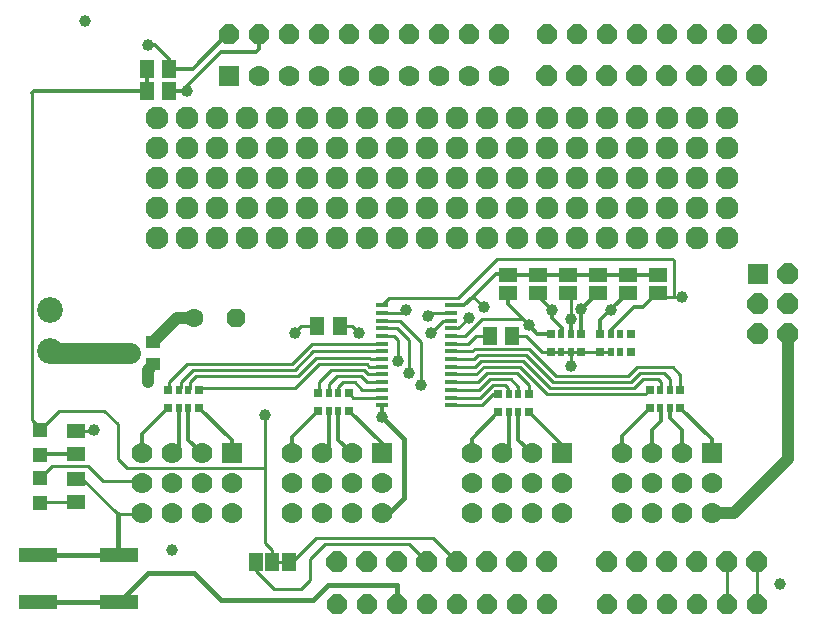
<source format=gbr>
G04 EAGLE Gerber RS-274X export*
G75*
%MOMM*%
%FSLAX34Y34*%
%LPD*%
%INTop Copper*%
%IPPOS*%
%AMOC8*
5,1,8,0,0,1.08239X$1,22.5*%
G01*
%ADD10R,0.990600X0.304800*%
%ADD11R,1.600200X1.168400*%
%ADD12R,1.300000X1.500000*%
%ADD13C,2.184400*%
%ADD14C,1.000000*%
%ADD15R,1.270000X1.000000*%
%ADD16R,1.200000X1.200000*%
%ADD17R,1.500000X1.300000*%
%ADD18P,1.732040X8X22.500000*%
%ADD19C,1.600200*%
%ADD20R,1.778000X1.778000*%
%ADD21C,1.778000*%
%ADD22R,0.650000X0.800000*%
%ADD23R,0.500000X0.800000*%
%ADD24P,1.814519X8X22.500000*%
%ADD25P,1.924489X8X22.500000*%
%ADD26P,1.924489X8X292.500000*%
%ADD27P,1.924489X8X112.500000*%
%ADD28R,1.168400X1.600200*%
%ADD29R,3.200000X1.200000*%
%ADD30C,0.254000*%
%ADD31C,1.016000*%
%ADD32C,1.008000*%
%ADD33C,0.406400*%
%ADD34C,0.304800*%
%ADD35C,1.778000*%
%ADD36C,1.930400*%


D10*
X317532Y278470D03*
X317532Y271970D03*
X317532Y265470D03*
X317532Y258970D03*
X317532Y252470D03*
X317532Y245970D03*
X317532Y239470D03*
X317532Y232970D03*
X375888Y232970D03*
X375888Y239470D03*
X375888Y245970D03*
X375888Y252470D03*
X375888Y258970D03*
X375888Y265470D03*
X375888Y271970D03*
X375888Y278470D03*
X317532Y226470D03*
X317532Y219970D03*
X375888Y226470D03*
X375888Y219970D03*
X317532Y213470D03*
X317532Y206970D03*
X317532Y200470D03*
X317532Y193970D03*
X375888Y193970D03*
X375888Y200470D03*
X375888Y206970D03*
X375888Y213470D03*
D11*
X551180Y304480D03*
X551180Y289240D03*
X525780Y304480D03*
X525780Y289240D03*
X500380Y304480D03*
X500380Y289240D03*
X474980Y304480D03*
X474980Y289240D03*
X449580Y304480D03*
X449580Y289240D03*
X424180Y304480D03*
X424180Y289240D03*
D12*
X281915Y261145D03*
X262915Y261145D03*
X408965Y252730D03*
X427965Y252730D03*
D13*
X36830Y239810D03*
X36830Y274810D03*
D14*
X655170Y42860D03*
X66030Y519160D03*
D15*
X104170Y238110D03*
X124170Y247610D03*
X124170Y228610D03*
D16*
X27940Y152060D03*
X27940Y173060D03*
D17*
X58420Y153060D03*
X58420Y172060D03*
D18*
X194310Y267970D03*
D19*
X158750Y267970D03*
D20*
X317500Y153670D03*
D21*
X317500Y128270D03*
X292100Y153670D03*
X292100Y128270D03*
X266700Y153670D03*
X266700Y128270D03*
X241300Y153670D03*
X241300Y128270D03*
X317500Y102870D03*
X292100Y102870D03*
X266700Y102870D03*
X241300Y102870D03*
D20*
X190500Y153670D03*
D21*
X190500Y128270D03*
X165100Y153670D03*
X165100Y128270D03*
X139700Y153670D03*
X139700Y128270D03*
X114300Y153670D03*
X114300Y128270D03*
X190500Y102870D03*
X165100Y102870D03*
X139700Y102870D03*
X114300Y102870D03*
D20*
X596900Y153670D03*
D21*
X596900Y128270D03*
X571500Y153670D03*
X571500Y128270D03*
X546100Y153670D03*
X546100Y128270D03*
X520700Y153670D03*
X520700Y128270D03*
X596900Y102870D03*
X571500Y102870D03*
X546100Y102870D03*
X520700Y102870D03*
D20*
X469900Y153670D03*
D21*
X469900Y128270D03*
X444500Y153670D03*
X444500Y128270D03*
X419100Y153670D03*
X419100Y128270D03*
X393700Y153670D03*
X393700Y128270D03*
X469900Y102870D03*
X444500Y102870D03*
X419100Y102870D03*
X393700Y102870D03*
D22*
X289860Y189350D03*
X289860Y204350D03*
D23*
X280860Y189350D03*
X272860Y189350D03*
D22*
X263860Y189350D03*
X263860Y204350D03*
D23*
X280860Y204350D03*
X272860Y204350D03*
D22*
X570530Y191890D03*
X570530Y206890D03*
D23*
X561530Y191890D03*
X553530Y191890D03*
D22*
X544530Y191890D03*
X544530Y206890D03*
D23*
X561530Y206890D03*
X553530Y206890D03*
D22*
X162860Y191890D03*
X162860Y206890D03*
D23*
X153860Y191890D03*
X145860Y191890D03*
D22*
X136860Y191890D03*
X136860Y206890D03*
D23*
X153860Y206890D03*
X145860Y206890D03*
D22*
X442260Y188080D03*
X442260Y203080D03*
D23*
X433260Y188080D03*
X425260Y188080D03*
D22*
X416260Y188080D03*
X416260Y203080D03*
D23*
X433260Y203080D03*
X425260Y203080D03*
D22*
X460710Y253880D03*
X460710Y238880D03*
D23*
X469710Y253880D03*
X477710Y253880D03*
D22*
X486710Y253880D03*
X486710Y238880D03*
D23*
X469710Y238880D03*
X477710Y238880D03*
D22*
X502620Y253880D03*
X502620Y238880D03*
D23*
X511620Y253880D03*
X519620Y253880D03*
D22*
X528620Y253880D03*
X528620Y238880D03*
D23*
X511620Y238880D03*
X519620Y238880D03*
D24*
X533400Y508000D03*
X508000Y25400D03*
X558800Y508000D03*
X584200Y508000D03*
X609600Y508000D03*
X635000Y508000D03*
X508000Y508000D03*
X482600Y508000D03*
X457200Y508000D03*
X416560Y508000D03*
X391160Y508000D03*
X365760Y508000D03*
X340360Y508000D03*
X314960Y508000D03*
X289560Y508000D03*
X264160Y508000D03*
X238760Y508000D03*
X533400Y25400D03*
X558800Y25400D03*
X584200Y25400D03*
X609600Y25400D03*
X635000Y25400D03*
X457200Y25400D03*
X431800Y25400D03*
X406400Y25400D03*
X381000Y25400D03*
X355600Y25400D03*
X330200Y25400D03*
X213360Y508000D03*
X187960Y508000D03*
X304800Y25400D03*
X279400Y25400D03*
D25*
X661670Y279400D03*
X636270Y279400D03*
D20*
X636270Y304800D03*
D25*
X661670Y304800D03*
X661670Y254000D03*
X636270Y254000D03*
D26*
X457200Y60960D03*
X431800Y60960D03*
X406400Y60960D03*
X381000Y60960D03*
X355600Y60960D03*
X330200Y60960D03*
X304800Y60960D03*
X279400Y60960D03*
D27*
X457200Y472440D03*
X482600Y472440D03*
X508000Y472440D03*
X533400Y472440D03*
X558800Y472440D03*
X584200Y472440D03*
X609600Y472440D03*
X635000Y472440D03*
D20*
X187960Y472440D03*
D21*
X213360Y472440D03*
X238760Y472440D03*
X264160Y472440D03*
X289560Y472440D03*
X314960Y472440D03*
X340360Y472440D03*
X365760Y472440D03*
X391160Y472440D03*
X416560Y472440D03*
D26*
X635000Y60960D03*
X609600Y60960D03*
X584200Y60960D03*
X558800Y60960D03*
X533400Y60960D03*
X508000Y60960D03*
D12*
X137770Y478790D03*
X118770Y478790D03*
X137770Y459740D03*
X118770Y459740D03*
D28*
X238760Y60960D03*
X210820Y60960D03*
X224790Y60960D03*
D16*
X27940Y111420D03*
X27940Y132420D03*
D17*
X58420Y112420D03*
X58420Y131420D03*
D29*
X94960Y26990D03*
X26960Y26990D03*
X26960Y66990D03*
X94960Y66990D03*
D14*
X139700Y71120D03*
D30*
X258670Y245970D02*
X317532Y245970D01*
X258670Y245970D02*
X241300Y228600D01*
X152400Y228600D01*
X137160Y213360D01*
X137160Y207190D01*
X136860Y206890D01*
X259790Y239470D02*
X317532Y239470D01*
X259790Y239470D02*
X243840Y223520D01*
X157480Y223520D01*
X147320Y213360D01*
X147320Y208350D01*
X145860Y206890D01*
X308050Y232970D02*
X317532Y232970D01*
X308050Y232970D02*
X307340Y233680D01*
X261620Y233680D01*
X246380Y218440D01*
X160020Y218440D01*
X154940Y213360D01*
X154940Y207970D01*
X153860Y206890D01*
X306930Y226470D02*
X317532Y226470D01*
X306930Y226470D02*
X304800Y228600D01*
X264160Y228600D01*
X243840Y208280D01*
X164250Y208280D01*
X162860Y206890D01*
X305810Y219970D02*
X317532Y219970D01*
X305810Y219970D02*
X302260Y223520D01*
X274320Y223520D01*
X264160Y213360D01*
X264160Y204650D01*
X263860Y204350D01*
X272860Y204350D02*
X272860Y211900D01*
X279400Y218440D01*
X299720Y218440D01*
X304800Y213360D01*
X317422Y213360D01*
X317532Y213470D01*
X280860Y209740D02*
X280860Y204350D01*
X280860Y209740D02*
X284480Y213360D01*
X294640Y213360D01*
X301030Y206970D01*
X317532Y206970D01*
X293740Y200470D02*
X289860Y204350D01*
X293740Y200470D02*
X317532Y200470D01*
X375888Y193970D02*
X402250Y193970D01*
X411480Y203200D01*
X416140Y203200D01*
X416260Y203080D01*
X401130Y200470D02*
X375888Y200470D01*
X401130Y200470D02*
X411480Y210820D01*
X421640Y210820D01*
X424180Y208280D01*
X424180Y204160D01*
X425260Y203080D01*
X400010Y206970D02*
X375888Y206970D01*
X400010Y206970D02*
X408940Y215900D01*
X426720Y215900D01*
X433260Y209360D01*
X433260Y203080D01*
X398890Y213470D02*
X375888Y213470D01*
X398890Y213470D02*
X406400Y220980D01*
X431800Y220980D01*
X441960Y210820D01*
X441960Y203380D01*
X442260Y203080D01*
X397770Y219970D02*
X375888Y219970D01*
X397770Y219970D02*
X403860Y226060D01*
X434340Y226060D01*
X457200Y203200D01*
X540840Y203200D01*
X544530Y206890D01*
X396650Y226470D02*
X375888Y226470D01*
X396650Y226470D02*
X401320Y231140D01*
X436880Y231140D01*
X459740Y208280D01*
X530860Y208280D01*
X538480Y215900D01*
X551180Y215900D01*
X553720Y213360D01*
X553720Y207080D01*
X553530Y206890D01*
X395530Y232970D02*
X375888Y232970D01*
X395530Y232970D02*
X398780Y236220D01*
X439420Y236220D01*
X462280Y213360D01*
X528320Y213360D01*
X535940Y220980D01*
X556260Y220980D01*
X561340Y215900D01*
X561340Y207080D01*
X561530Y206890D01*
X394410Y239470D02*
X375888Y239470D01*
X394410Y239470D02*
X396240Y241300D01*
X441960Y241300D01*
X464820Y218440D01*
X525780Y218440D01*
X533400Y226060D01*
X563880Y226060D01*
X570530Y219410D01*
X570530Y206890D01*
X28280Y132420D02*
X27940Y132420D01*
X28280Y132420D02*
X38100Y142240D01*
X68580Y142240D01*
X81280Y129540D01*
X113030Y129540D01*
X114300Y128270D01*
D31*
X124170Y247610D02*
X144530Y267970D01*
X158750Y267970D01*
D30*
X64160Y131420D02*
X58420Y131420D01*
X64160Y131420D02*
X93980Y101600D01*
X113030Y101600D01*
X114300Y102870D01*
D32*
X119380Y213360D03*
D30*
X73000Y172060D02*
X58420Y172060D01*
X73000Y172060D02*
X73660Y172720D01*
D32*
X73660Y172720D03*
X317500Y184150D03*
D30*
X375888Y258970D02*
X382160Y258970D01*
X391160Y267970D01*
D32*
X391160Y267970D03*
D30*
X469710Y238880D02*
X477520Y238880D01*
X477710Y238880D01*
X486710Y238880D01*
X502620Y238880D01*
X511620Y238880D01*
X469710Y238880D02*
X460710Y238880D01*
X477520Y238880D02*
X477520Y227330D01*
D32*
X477520Y227330D03*
D30*
X262915Y261145D02*
X248920Y261145D01*
D32*
X243840Y255270D03*
D30*
X427965Y252730D02*
X439420Y252730D01*
X453390Y238760D01*
X460590Y238760D01*
X460710Y238880D01*
D33*
X94960Y66990D02*
X26960Y66990D01*
X93980Y67970D02*
X93980Y101600D01*
X93980Y67970D02*
X94960Y66990D01*
D34*
X317532Y184182D02*
X317532Y193970D01*
X317532Y184182D02*
X317500Y184150D01*
D30*
X243840Y256065D02*
X248920Y261145D01*
X243840Y256065D02*
X243840Y255270D01*
D31*
X124170Y228610D02*
X119380Y223820D01*
X119380Y213360D01*
X661670Y254000D02*
X661670Y148590D01*
X615950Y102870D01*
X596900Y102870D01*
D33*
X336550Y165164D02*
X317532Y184182D01*
X336550Y165164D02*
X336550Y115570D01*
X323850Y102870D01*
X317500Y102870D01*
D34*
X511620Y253880D02*
X511620Y257620D01*
X530860Y276860D01*
X538800Y276860D01*
X547530Y285590D01*
X551180Y289240D01*
D30*
X323542Y284480D02*
X317532Y278470D01*
X323542Y284480D02*
X382270Y284480D01*
X415290Y317500D01*
X563880Y317500D01*
X565150Y316230D01*
X565150Y285590D01*
X547530Y285590D01*
D32*
X571500Y285750D03*
D30*
X571500Y285590D01*
X565150Y285590D01*
D34*
X502620Y266400D02*
X502620Y253880D01*
X502620Y266400D02*
X510540Y274320D01*
X513240Y276700D02*
X525780Y289240D01*
D30*
X335090Y271970D02*
X317532Y271970D01*
D32*
X337820Y274320D03*
X511810Y274320D03*
D30*
X512920Y276700D02*
X513240Y276700D01*
D34*
X511810Y274320D02*
X510540Y274320D01*
X513240Y275750D02*
X513240Y276700D01*
X513240Y275750D02*
X511810Y274320D01*
D30*
X337440Y274320D02*
X335090Y271970D01*
X337440Y274320D02*
X337820Y274320D01*
D34*
X486710Y275570D02*
X486710Y253880D01*
X486710Y275570D02*
X500380Y289240D01*
D30*
X332700Y265470D02*
X317532Y265470D01*
X332700Y265470D02*
X350520Y247650D01*
X350520Y210820D01*
D32*
X350520Y210820D03*
X486410Y275590D03*
D34*
X500060Y289240D02*
X500380Y289240D01*
X500060Y289240D02*
X486410Y275590D01*
X477710Y266700D02*
X477710Y253880D01*
D30*
X330310Y258970D02*
X317532Y258970D01*
X330310Y258970D02*
X340360Y248920D01*
X340360Y220980D01*
D32*
X340360Y220980D03*
X477710Y266700D03*
D30*
X477710Y286510D02*
X474980Y289240D01*
X477710Y286510D02*
X477710Y266700D01*
D34*
X469710Y257680D02*
X469710Y253880D01*
D30*
X327920Y252470D02*
X317532Y252470D01*
X327920Y252470D02*
X331470Y248920D01*
X331470Y231140D01*
D32*
X331470Y231140D03*
X461485Y274795D03*
D34*
X461485Y267495D01*
X469900Y259080D01*
X469900Y254070D01*
X469710Y253880D01*
D30*
X461485Y274795D02*
X449580Y286700D01*
X449580Y289240D01*
D34*
X441960Y261620D02*
X449280Y254300D01*
X441960Y261620D02*
X436880Y266700D01*
X424180Y279400D01*
X424180Y289240D01*
D30*
X388360Y252470D02*
X375888Y252470D01*
X388360Y252470D02*
X402590Y266700D01*
X436880Y266700D01*
D32*
X441960Y261620D03*
D34*
X449280Y254300D02*
X460290Y254300D01*
X460710Y253880D01*
X449580Y304480D02*
X424180Y304480D01*
X449580Y304480D02*
X474980Y304480D01*
X500380Y304480D01*
X525780Y304480D01*
X551180Y304480D01*
X387690Y278470D02*
X375888Y278470D01*
X387690Y278470D02*
X394970Y285750D01*
X414020Y304800D01*
X423860Y304800D01*
X424180Y304480D01*
D30*
X224790Y71120D02*
X224790Y60960D01*
X224790Y71120D02*
X218440Y77470D01*
X218440Y140970D01*
D32*
X218440Y185420D03*
D30*
X218440Y140970D01*
X44110Y189230D02*
X27940Y173060D01*
X44110Y189230D02*
X82550Y189230D01*
X93980Y177800D01*
X93980Y148590D01*
X101600Y140970D01*
X218440Y140970D01*
X21590Y181610D02*
X21590Y458470D01*
X21590Y181610D02*
X27600Y175600D01*
D32*
X403860Y276860D03*
D30*
X394970Y285750D01*
D32*
X298450Y255270D03*
D30*
X292575Y261145D01*
X281915Y261145D01*
D34*
X22860Y459740D02*
X21590Y458470D01*
X22860Y459740D02*
X118770Y459740D01*
X118770Y478790D01*
X27600Y175600D02*
X27940Y175260D01*
X27940Y173060D01*
D30*
X375888Y245970D02*
X390750Y245970D01*
X397510Y252730D01*
X408965Y252730D01*
D34*
X157480Y478790D02*
X186690Y508000D01*
X187960Y508000D01*
D30*
X635000Y60960D02*
X635000Y25400D01*
X375888Y265470D02*
X369610Y265470D01*
X359410Y255270D01*
D32*
X359410Y255270D03*
D34*
X157480Y478790D02*
X137770Y478790D01*
D32*
X119380Y499110D03*
D34*
X125730Y499110D01*
X137770Y487070D01*
X137770Y478790D01*
X181610Y492760D02*
X210820Y492760D01*
X213360Y495300D01*
X213360Y508000D01*
D30*
X609600Y60960D02*
X609600Y25400D01*
X375888Y271970D02*
X359600Y271970D01*
X356870Y269240D01*
D32*
X356870Y269240D03*
D34*
X148590Y459740D02*
X181610Y492760D01*
X148590Y459740D02*
X137770Y459740D01*
D32*
X152400Y459740D03*
D34*
X148590Y459740D01*
D31*
X36830Y239810D02*
X38530Y238110D01*
D35*
X104170Y238110D01*
D34*
X28940Y153060D02*
X27940Y152060D01*
X28940Y153060D02*
X58420Y153060D01*
X280860Y164910D02*
X280860Y189350D01*
X280860Y164910D02*
X292100Y153670D01*
X317500Y153670D02*
X317500Y161710D01*
X289860Y189350D01*
X272860Y189350D02*
X272860Y159830D01*
X266700Y153670D01*
X241300Y153670D02*
X241300Y166790D01*
X263860Y189350D01*
X190500Y164250D02*
X190500Y153670D01*
X190500Y164250D02*
X162860Y191890D01*
X153860Y191890D02*
X153860Y164910D01*
X165100Y153670D01*
X145860Y159830D02*
X145860Y191890D01*
X145860Y159830D02*
X139700Y153670D01*
X114300Y153670D02*
X114300Y169330D01*
X136860Y191890D01*
X393700Y165520D02*
X393700Y153670D01*
X393700Y165520D02*
X416260Y188080D01*
X425260Y188080D02*
X425260Y159830D01*
X419100Y153670D01*
X433260Y164910D02*
X433260Y188080D01*
X433260Y164910D02*
X444500Y153670D01*
X469900Y160440D02*
X442260Y188080D01*
X469900Y160440D02*
X469900Y153670D01*
X520700Y153670D02*
X520700Y168060D01*
X544530Y191890D01*
X546100Y172720D02*
X546100Y153670D01*
X546100Y172720D02*
X553720Y180340D01*
X553720Y191700D01*
X553530Y191890D01*
X571500Y172720D02*
X571500Y153670D01*
X571500Y172720D02*
X561340Y182880D01*
X561340Y191700D01*
X561530Y191890D01*
X596900Y165520D02*
X596900Y153670D01*
X596900Y165520D02*
X570530Y191890D01*
D30*
X210820Y60960D02*
X210820Y53340D01*
X226060Y38100D01*
X248920Y38100D01*
X256540Y45720D01*
X256540Y63500D01*
X269240Y76200D01*
X340360Y76200D01*
X355600Y60960D01*
X28940Y112420D02*
X27940Y111420D01*
X28940Y112420D02*
X58420Y112420D01*
D36*
X152400Y360680D03*
X152400Y335280D03*
X177800Y335280D03*
X177800Y360680D03*
X177800Y386080D03*
X152400Y386080D03*
X152400Y411480D03*
X177800Y411480D03*
X177800Y436880D03*
X152400Y436880D03*
X203200Y436880D03*
X203200Y411480D03*
X203200Y386080D03*
X203200Y360680D03*
X203200Y335280D03*
X228600Y335280D03*
X228600Y360680D03*
X228600Y386080D03*
X228600Y411480D03*
X228600Y436880D03*
X254000Y436880D03*
X254000Y411480D03*
X254000Y386080D03*
X254000Y360680D03*
X254000Y335280D03*
X279400Y335280D03*
X279400Y360680D03*
X279400Y386080D03*
X279400Y411480D03*
X279400Y436880D03*
X304800Y436880D03*
X304800Y411480D03*
X304800Y386080D03*
X304800Y360680D03*
X304800Y335280D03*
X330200Y335280D03*
X330200Y360680D03*
X330200Y386080D03*
X330200Y411480D03*
X330200Y436880D03*
X355600Y436880D03*
X381000Y436880D03*
X406400Y436880D03*
X431800Y436880D03*
X457200Y436880D03*
X482600Y436880D03*
X508000Y436880D03*
X533400Y411480D03*
X558800Y411480D03*
X584200Y411480D03*
X609600Y411480D03*
X609600Y335280D03*
X609600Y360680D03*
X609600Y386080D03*
X584200Y386080D03*
X584200Y360680D03*
X584200Y335280D03*
X558800Y335280D03*
X558800Y360680D03*
X558800Y386080D03*
X533400Y386080D03*
X533400Y360680D03*
X533400Y335280D03*
X508000Y335280D03*
X508000Y360680D03*
X508000Y386080D03*
X508000Y411480D03*
X482600Y411480D03*
X482600Y386080D03*
X482600Y360680D03*
X482600Y335280D03*
X457200Y335280D03*
X457200Y360680D03*
X457200Y386080D03*
X457200Y411480D03*
X431800Y411480D03*
X431800Y386080D03*
X431800Y360680D03*
X431800Y335280D03*
X406400Y335280D03*
X406400Y360680D03*
X406400Y386080D03*
X406400Y411480D03*
X381000Y411480D03*
X381000Y386080D03*
X381000Y360680D03*
X381000Y335280D03*
X355600Y335280D03*
X355600Y360680D03*
X355600Y386080D03*
X355600Y411480D03*
X533400Y436880D03*
X558800Y436880D03*
X584200Y436880D03*
X609600Y436880D03*
X127000Y335280D03*
X127000Y360680D03*
X127000Y386080D03*
X127000Y411480D03*
X127000Y436880D03*
D33*
X94960Y26990D02*
X26960Y26990D01*
X94960Y26990D02*
X120040Y52070D01*
X158750Y52070D01*
X181610Y29210D01*
X259080Y29210D01*
X271780Y41910D01*
X330200Y41910D01*
X330200Y25400D01*
D30*
X241300Y60960D02*
X238760Y60960D01*
X241300Y60960D02*
X261620Y81280D01*
X360680Y81280D01*
X381000Y60960D01*
X238760Y60960D02*
X224790Y60960D01*
M02*

</source>
